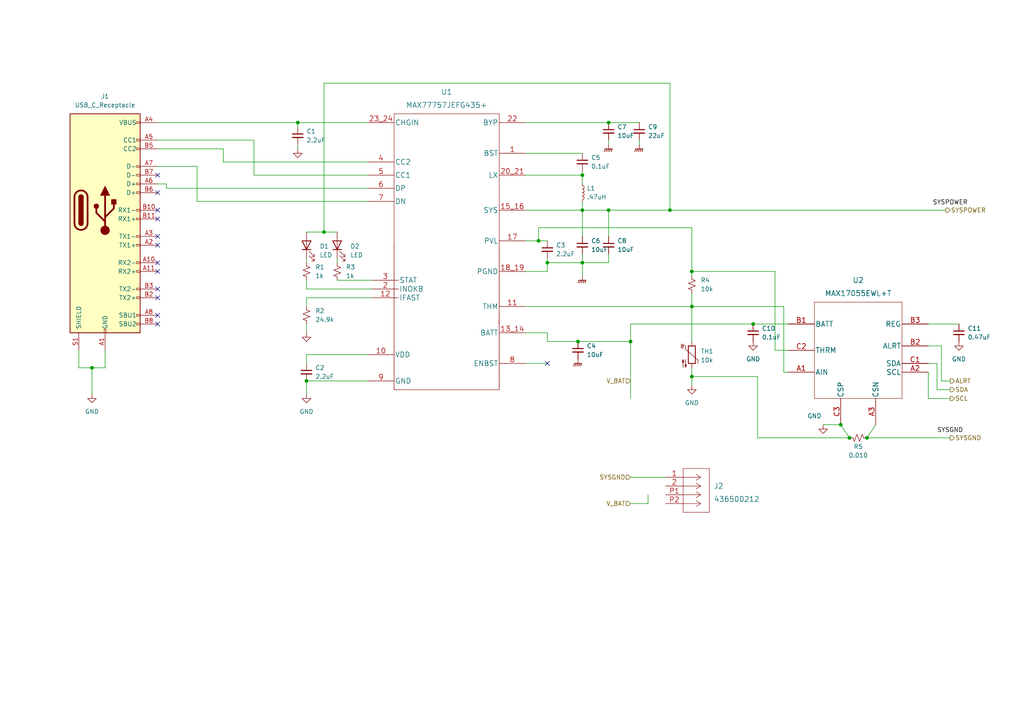
<source format=kicad_sch>
(kicad_sch (version 20211123) (generator eeschema)
  (paper "A4")
  (title_block (title "Charge Circuit"))
  (lib_symbols
    (symbol "Connector:USB_C_Receptacle" (pin_names (offset 1.016))
      (property "Reference" "J" (at -10.16 29.21 0))
      (property "Value" "USB_C_Receptacle" (at 10.16 29.21 0))
      (symbol "USB_C_Receptacle_0_0"
        (rectangle (start -0.254 -35.56) (end 0.254 -34.544))
        (rectangle (start 10.16 -32.766) (end 9.144 -33.274))
        (rectangle (start 10.16 -30.226) (end 9.144 -30.734))
        (rectangle (start 10.16 -25.146) (end 9.144 -25.654))
        (rectangle (start 10.16 -22.606) (end 9.144 -23.114))
        (rectangle (start 10.16 -17.526) (end 9.144 -18.034))
        (rectangle (start 10.16 -14.986) (end 9.144 -15.494))
        (rectangle (start 10.16 -9.906) (end 9.144 -10.414))
        (rectangle (start 10.16 -7.366) (end 9.144 -7.874))
        (rectangle (start 10.16 -2.286) (end 9.144 -2.794))
        (rectangle (start 10.16 0.254) (end 9.144 -0.254))
        (rectangle (start 10.16 5.334) (end 9.144 4.826))
        (rectangle (start 10.16 7.874) (end 9.144 7.366))
        (rectangle (start 10.16 10.414) (end 9.144 9.906))
        (rectangle (start 10.16 12.954) (end 9.144 12.446))
        (rectangle (start 10.16 18.034) (end 9.144 17.526))
        (rectangle (start 10.16 20.574) (end 9.144 20.066))
        (rectangle (start 10.16 25.654) (end 9.144 25.146))
      )
      (symbol "USB_C_Receptacle_0_1"
        (rectangle (start -10.16 27.94) (end 10.16 -35.56) (stroke (width 0.254)) (fill (type background)))
        (arc (start -8.89 -3.81) (mid -6.985 -5.715) (end -5.08 -3.81) (stroke (width 0.508)))
        (arc (start -7.62 -3.81) (mid -6.985 -4.445) (end -6.35 -3.81) (stroke (width 0.254)))
        (arc (start -7.62 -3.81) (mid -6.985 -4.445) (end -6.35 -3.81) (stroke (width 0.254)) (fill (type outline)))
        (rectangle (start -7.62 -3.81) (end -6.35 3.81) (stroke (width 0.254)) (fill (type outline)))
        (arc (start -6.35 3.81) (mid -6.985 4.445) (end -7.62 3.81) (stroke (width 0.254)))
        (arc (start -6.35 3.81) (mid -6.985 4.445) (end -7.62 3.81) (stroke (width 0.254)) (fill (type outline)))
        (arc (start -5.08 3.81) (mid -6.985 5.715) (end -8.89 3.81) (stroke (width 0.508)))
        (polyline (pts (xy -8.89 -3.81) (xy -8.89 3.81)) (stroke (width 0.508)))
        (polyline (pts (xy -5.08 3.81) (xy -5.08 -3.81)) (stroke (width 0.508)))
      )
      (symbol "USB_C_Receptacle_1_1"
        (circle (center -2.54 1.143) (radius 0.635) (stroke (width 0.254)) (fill (type outline)))
        (circle (center 0 -5.842) (radius 1.27) (fill (type outline)))
        (polyline (pts (xy 0 -5.842) (xy 0 4.318)) (stroke (width 0.508)))
        (polyline (pts (xy 0 -3.302) (xy -2.54 -0.762) (xy -2.54 0.508)) (stroke (width 0.508)))
        (polyline (pts (xy 0 -2.032) (xy 2.54 0.508) (xy 2.54 1.778)) (stroke (width 0.508)))
        (polyline (pts (xy -1.27 4.318) (xy 0 6.858) (xy 1.27 4.318) (xy -1.27 4.318)) (stroke (width 0.254)) (fill (type outline)))
        (rectangle (start 1.905 1.778) (end 3.175 3.048) (stroke (width 0.254)) (fill (type outline)))
        (pin passive line (at 0 -40.64 90) (length 5.08) (name "GND") (number "A1"))
        (pin bidirectional line (at 15.24 -15.24 180) (length 5.08) (name "RX2-") (number "A10"))
        (pin bidirectional line (at 15.24 -17.78 180) (length 5.08) (name "RX2+") (number "A11"))
        (pin passive line (at 0 -40.64 90) (length 5.08) hide (name "GND") (number "A12"))
        (pin bidirectional line (at 15.24 -10.16 180) (length 5.08) (name "TX1+") (number "A2"))
        (pin bidirectional line (at 15.24 -7.62 180) (length 5.08) (name "TX1-") (number "A3"))
        (pin passive line (at 15.24 25.4 180) (length 5.08) (name "VBUS") (number "A4"))
        (pin bidirectional line (at 15.24 20.32 180) (length 5.08) (name "CC1") (number "A5"))
        (pin bidirectional line (at 15.24 7.62 180) (length 5.08) (name "D+") (number "A6"))
        (pin bidirectional line (at 15.24 12.7 180) (length 5.08) (name "D-") (number "A7"))
        (pin bidirectional line (at 15.24 -30.48 180) (length 5.08) (name "SBU1") (number "A8"))
        (pin passive line (at 15.24 25.4 180) (length 5.08) hide (name "VBUS") (number "A9"))
        (pin passive line (at 0 -40.64 90) (length 5.08) hide (name "GND") (number "B1"))
        (pin bidirectional line (at 15.24 0 180) (length 5.08) (name "RX1-") (number "B10"))
        (pin bidirectional line (at 15.24 -2.54 180) (length 5.08) (name "RX1+") (number "B11"))
        (pin passive line (at 0 -40.64 90) (length 5.08) hide (name "GND") (number "B12"))
        (pin bidirectional line (at 15.24 -25.4 180) (length 5.08) (name "TX2+") (number "B2"))
        (pin bidirectional line (at 15.24 -22.86 180) (length 5.08) (name "TX2-") (number "B3"))
        (pin passive line (at 15.24 25.4 180) (length 5.08) hide (name "VBUS") (number "B4"))
        (pin bidirectional line (at 15.24 17.78 180) (length 5.08) (name "CC2") (number "B5"))
        (pin bidirectional line (at 15.24 5.08 180) (length 5.08) (name "D+") (number "B6"))
        (pin bidirectional line (at 15.24 10.16 180) (length 5.08) (name "D-") (number "B7"))
        (pin bidirectional line (at 15.24 -33.02 180) (length 5.08) (name "SBU2") (number "B8"))
        (pin passive line (at 15.24 25.4 180) (length 5.08) hide (name "VBUS") (number "B9"))
        (pin passive line (at -7.62 -40.64 90) (length 5.08) (name "SHIELD") (number "S1"))
      )
    )
    (symbol "Device:C_Small" (pin_numbers hide) (pin_names (offset 0.254) hide)
      (property "Reference" "C" (at 0.254 1.778 0))
      (property "Value" "C_Small" (at 0.254 -2.032 0))
      (symbol "C_Small_0_1"
        (polyline (pts (xy -1.524 -0.508) (xy 1.524 -0.508)) (stroke (width 0.3302)))
        (polyline (pts (xy -1.524 0.508) (xy 1.524 0.508)) (stroke (width 0.3048)))
      )
      (symbol "C_Small_1_1"
        (pin passive line (at 0 2.54 270) (length 2.032) (name "~") (number "1"))
        (pin passive line (at 0 -2.54 90) (length 2.032) (name "~") (number "2"))
      )
    )
    (symbol "Device:LED" (pin_numbers hide) (pin_names (offset 1.016) hide)
      (property "Reference" "D" (at 0 2.54 0))
      (property "Value" "LED" (at 0 -2.54 0))
      (symbol "LED_0_1"
        (polyline (pts (xy -1.27 -1.27) (xy -1.27 1.27)) (stroke (width 0.254)))
        (polyline (pts (xy -1.27 0) (xy 1.27 0)))
        (polyline (pts (xy 1.27 -1.27) (xy 1.27 1.27) (xy -1.27 0) (xy 1.27 -1.27)) (stroke (width 0.254)))
        (polyline (pts (xy -3.048 -0.762) (xy -4.572 -2.286) (xy -3.81 -2.286) (xy -4.572 -2.286) (xy -4.572 -1.524)))
        (polyline (pts (xy -1.778 -0.762) (xy -3.302 -2.286) (xy -2.54 -2.286) (xy -3.302 -2.286) (xy -3.302 -1.524)))
      )
      (symbol "LED_1_1"
        (pin passive line (at -3.81 0 0) (length 2.54) (name "K") (number "1"))
        (pin passive line (at 3.81 0 180) (length 2.54) (name "A") (number "2"))
      )
    )
    (symbol "Device:L_Small" (pin_numbers hide) (pin_names (offset 0.254) hide)
      (property "Reference" "L" (at 0.762 1.016 0))
      (property "Value" "L_Small" (at 0.762 -1.016 0))
      (symbol "L_Small_0_1"
        (arc (start 0 -2.032) (mid 0.508 -1.524) (end 0 -1.016))
        (arc (start 0 -1.016) (mid 0.508 -0.508) (end 0 0))
        (arc (start 0 0) (mid 0.508 0.508) (end 0 1.016))
        (arc (start 0 1.016) (mid 0.508 1.524) (end 0 2.032))
      )
      (symbol "L_Small_1_1"
        (pin passive line (at 0 2.54 270) (length 0.508) (name "~") (number "1"))
        (pin passive line (at 0 -2.54 90) (length 0.508) (name "~") (number "2"))
      )
    )
    (symbol "Device:R_Small_US" (pin_numbers hide) (pin_names (offset 0.254) hide)
      (property "Reference" "R" (at 0.762 0.508 0))
      (property "Value" "R_Small_US" (at 0.762 -1.016 0))
      (symbol "R_Small_US_1_1"
        (polyline (pts (xy 0 0) (xy 1.016 -0.381) (xy 0 -0.762) (xy -1.016 -1.143) (xy 0 -1.524)))
        (polyline (pts (xy 0 1.524) (xy 1.016 1.143) (xy 0 0.762) (xy -1.016 0.381) (xy 0 0)))
        (pin passive line (at 0 2.54 270) (length 1.016) (name "~") (number "1"))
        (pin passive line (at 0 -2.54 90) (length 1.016) (name "~") (number "2"))
      )
    )
    (symbol "Device:Thermistor_NTC" (pin_numbers hide) (pin_names (offset 0))
      (property "Reference" "TH" (at -4.445 0 90))
      (property "Value" "Thermistor_NTC" (at 3.175 0 90))
      (symbol "Thermistor_NTC_0_1"
        (arc (start -3.048 2.159) (mid -3.0505 2.3165) (end -3.175 2.413))
        (arc (start -3.048 2.159) (mid -2.9736 1.9794) (end -2.794 1.905))
        (arc (start -3.048 2.794) (mid -2.9736 2.6144) (end -2.794 2.54))
        (arc (start -2.794 1.905) (mid -2.6144 1.9794) (end -2.54 2.159))
        (arc (start -2.794 2.54) (mid -2.434 2.5608) (end -2.159 2.794))
        (arc (start -2.794 3.048) (mid -2.9736 2.9736) (end -3.048 2.794))
        (arc (start -2.54 2.794) (mid -2.6144 2.9736) (end -2.794 3.048))
        (rectangle (start -1.016 2.54) (end 1.016 -2.54) (stroke (width 0.254)))
        (polyline (pts (xy -2.54 2.159) (xy -2.54 2.794)))
        (polyline (pts (xy -1.778 2.54) (xy -1.778 1.524) (xy 1.778 -1.524) (xy 1.778 -2.54)))
        (polyline (pts (xy -2.54 -3.683) (xy -2.54 -1.397) (xy -2.794 -2.159) (xy -2.286 -2.159) (xy -2.54 -1.397) (xy -2.54 -1.651)) (fill (type outline)))
        (polyline (pts (xy -1.778 -1.397) (xy -1.778 -3.683) (xy -2.032 -2.921) (xy -1.524 -2.921) (xy -1.778 -3.683) (xy -1.778 -3.429)) (fill (type outline)))
      )
      (symbol "Thermistor_NTC_1_1"
        (pin passive line (at 0 3.81 270) (length 1.27) (name "~") (number "1"))
        (pin passive line (at 0 -3.81 90) (length 1.27) (name "~") (number "2"))
      )
    )
    (symbol "MAX17055EWL+T_1" (pin_names (offset 0.254))
      (property "Reference" "U?" (at 20.32 11.43 0))
      (property "Value" "MAX17055EWL+T_1" (at 20.32 7.62 0))
      (symbol "MAX17055EWL+T_1_1_1"
        (polyline (pts (xy 7.62 -22.86) (xy 33.02 -22.86)) (stroke (width 0.127)))
        (polyline (pts (xy 7.62 5.08) (xy 7.62 -22.86)) (stroke (width 0.127)))
        (polyline (pts (xy 33.02 -22.86) (xy 33.02 5.08)) (stroke (width 0.127)))
        (polyline (pts (xy 33.02 5.08) (xy 7.62 5.08)) (stroke (width 0.127)))
        (pin input line (at 0 -15.24 0) (length 7.62) (name "AIN") (number "A1"))
        (pin input line (at 40.64 -15.24 180) (length 7.62) (name "SCL") (number "A2"))
        (pin unspecified line (at 25.4 -30.48 90) (length 7.62) (name "CSN") (number "A3"))
        (pin unspecified line (at 0 -1.27 0) (length 7.62) (name "BATT") (number "B1"))
        (pin output line (at 40.64 -7.62 180) (length 7.62) (name "ALRT") (number "B2"))
        (pin output line (at 40.64 -1.27 180) (length 7.62) (name "REG") (number "B3"))
        (pin bidirectional line (at 40.64 -12.7 180) (length 7.62) (name "SDA") (number "C1"))
        (pin unspecified line (at 0 -8.89 0) (length 7.62) (name "THRM") (number "C2"))
        (pin unspecified line (at 15.24 -30.48 90) (length 7.62) (name "CSP") (number "C3"))
      )
    )
    (symbol "MAX77757_functional:MAX77757JEFG435+" (pin_names (offset 0.254))
      (property "Reference" "U5" (at 22.86 11.43 0))
      (property "Value" "MAX77757JEFG435+" (at 22.86 7.62 0))
      (symbol "MAX77757JEFG435+_1_1"
        (polyline (pts (xy 7.62 -74.93) (xy 7.62 -68.58)))
        (polyline (pts (xy 7.62 -74.93) (xy 38.1 -74.93)) (stroke (width 0.127)))
        (polyline (pts (xy 7.62 -33.02) (xy 7.62 -68.58)))
        (polyline (pts (xy 7.62 5.08) (xy 7.62 -33.02)) (stroke (width 0.127)))
        (polyline (pts (xy 38.1 -69.85) (xy 38.1 -74.93)))
        (polyline (pts (xy 38.1 -69.85) (xy 38.1 -54.61)))
        (polyline (pts (xy 38.1 -33.02) (xy 38.1 5.08)) (stroke (width 0.127)))
        (polyline (pts (xy 38.1 5.08) (xy 7.62 5.08)) (stroke (width 0.127)))
        (polyline (pts (xy 38.1 -33.02) (xy 38.1 -55.88) (xy 38.1 -55.88)))
        (pin unspecified line (at 45.72 -6.35 180) (length 7.62) (name "BST") (number "1"))
        (pin output line (at 0 -64.77 0) (length 7.62) (name "VDD") (number "10"))
        (pin unspecified line (at 45.72 -50.8 180) (length 7.62) (name "THM") (number "11"))
        (pin unspecified line (at 1.27 -48.26 0) (length 7.62) (name "IFAST") (number "12"))
        (pin unspecified line (at 45.72 -58.42 180) (length 7.62) (name "BATT") (number "13_14"))
        (pin unspecified line (at 45.72 -22.86 180) (length 7.62) (name "SYS") (number "15_16"))
        (pin output line (at 45.72 -31.75 180) (length 7.62) (name "PVL") (number "17"))
        (pin power_in line (at 45.72 -40.64 180) (length 7.62) (name "PGND") (number "18_19"))
        (pin bidirectional line (at 1.27 -45.72 0) (length 7.62) (name "INOKB") (number "2"))
        (pin unspecified line (at 45.72 -12.7 180) (length 7.62) (name "LX") (number "20_21"))
        (pin output line (at 45.72 2.54 180) (length 7.62) (name "BYP") (number "22"))
        (pin input line (at 0 2.54 0) (length 7.62) (name "CHGIN") (number "23_24"))
        (pin output line (at 1.27 -43.18 0) (length 7.62) (name "STAT") (number "3"))
        (pin unspecified line (at 0 -8.89 0) (length 7.62) (name "CC2") (number "4"))
        (pin unspecified line (at 0 -12.7 0) (length 7.62) (name "CC1") (number "5"))
        (pin output line (at 0 -16.51 0) (length 7.62) (name "DP") (number "6"))
        (pin output line (at 0 -20.32 0) (length 7.62) (name "DN") (number "7"))
        (pin input line (at 45.72 -67.31 180) (length 7.62) (name "ENBST") (number "8"))
        (pin power_in line (at 0 -72.39 0) (length 7.62) (name "GND") (number "9"))
      )
    )
    (symbol "molex connector:436500212" (pin_names (offset 0.254) hide)
      (property "Reference" "J" (at 8.89 6.35 0))
      (property "Value" "436500212" (at 10.16 -5.08 0))
      (symbol "436500212_1_1"
        (polyline (pts (xy 5.08 -10.16) (xy 12.7 -10.16)) (stroke (width 0.127)))
        (polyline (pts (xy 5.08 2.54) (xy 5.08 -10.16)) (stroke (width 0.127)))
        (polyline (pts (xy 10.16 -7.62) (xy 5.08 -7.62)) (stroke (width 0.127)))
        (polyline (pts (xy 10.16 -7.62) (xy 8.89 -8.4582)) (stroke (width 0.127)))
        (polyline (pts (xy 10.16 -7.62) (xy 8.89 -6.7818)) (stroke (width 0.127)))
        (polyline (pts (xy 10.16 -5.08) (xy 5.08 -5.08)) (stroke (width 0.127)))
        (polyline (pts (xy 10.16 -5.08) (xy 8.89 -5.9182)) (stroke (width 0.127)))
        (polyline (pts (xy 10.16 -5.08) (xy 8.89 -4.2418)) (stroke (width 0.127)))
        (polyline (pts (xy 10.16 -2.54) (xy 5.08 -2.54)) (stroke (width 0.127)))
        (polyline (pts (xy 10.16 -2.54) (xy 8.89 -3.3782)) (stroke (width 0.127)))
        (polyline (pts (xy 10.16 -2.54) (xy 8.89 -1.7018)) (stroke (width 0.127)))
        (polyline (pts (xy 10.16 0) (xy 5.08 0)) (stroke (width 0.127)))
        (polyline (pts (xy 10.16 0) (xy 8.89 -0.8382)) (stroke (width 0.127)))
        (polyline (pts (xy 10.16 0) (xy 8.89 0.8382)) (stroke (width 0.127)))
        (polyline (pts (xy 12.7 -10.16) (xy 12.7 2.54)) (stroke (width 0.127)))
        (polyline (pts (xy 12.7 2.54) (xy 5.08 2.54)) (stroke (width 0.127)))
        (pin unspecified line (at 0 0 0) (length 5.08) (name "1") (number "1"))
        (pin unspecified line (at 0 -2.54 0) (length 5.08) (name "2") (number "2"))
        (pin unspecified line (at 0 -5.08 0) (length 5.08) (name "P1") (number "P1"))
        (pin unspecified line (at 0 -7.62 0) (length 5.08) (name "P2") (number "P2"))
      )
    )
    (symbol "power:GND" (power) (pin_names (offset 0))
      (property "Value" "GND" (at 0 -3.81 0))
      (symbol "GND_0_1"
        (polyline (pts (xy 0 0) (xy 0 -1.27) (xy 1.27 -1.27) (xy 0 -2.54) (xy -1.27 -1.27) (xy 0 -1.27)))
      )
      (symbol "GND_1_1"
        (pin power_in line (at 0 0 270) (length 0) hide (name "GND") (number "1"))
      )
    )
    (symbol "power:GNDPWR" (power) (pin_names (offset 0))
      (property "Value" "GNDPWR" (at 0 -3.302 0))
      (symbol "GNDPWR_0_1"
        (polyline (pts (xy 0 -1.27) (xy 0 0)))
        (polyline (pts (xy -1.016 -1.27) (xy -1.27 -2.032) (xy -1.27 -2.032)) (stroke (width 0.2032)))
        (polyline (pts (xy -0.508 -1.27) (xy -0.762 -2.032) (xy -0.762 -2.032)) (stroke (width 0.2032)))
        (polyline (pts (xy 0 -1.27) (xy -0.254 -2.032) (xy -0.254 -2.032)) (stroke (width 0.2032)))
        (polyline (pts (xy 0.508 -1.27) (xy 0.254 -2.032) (xy 0.254 -2.032)) (stroke (width 0.2032)))
        (polyline (pts (xy 1.016 -1.27) (xy -1.016 -1.27) (xy -1.016 -1.27)) (stroke (width 0.2032)))
        (polyline (pts (xy 1.016 -1.27) (xy 0.762 -2.032) (xy 0.762 -2.032) (xy 0.762 -2.032)) (stroke (width 0.2032)))
      )
      (symbol "GNDPWR_1_1"
        (pin power_in line (at 0 0 270) (length 0) hide (name "GNDPWR") (number "1"))
      )
    )
  )
  (junction (at 26.67 106.68))
  (junction (at 246.38 127))
  (junction (at 88.9 110.49))
  (junction (at 200.66 109.22))
  (junction (at 176.53 35.56))
  (junction (at 156.21 69.85))
  (junction (at 200.66 78.74))
  (junction (at 168.91 50.8))
  (junction (at 86.36 35.56))
  (junction (at 218.44 93.98))
  (junction (at 200.66 88.9))
  (junction (at 93.98 67.31))
  (junction (at 167.64 99.06))
  (junction (at 168.91 76.2))
  (junction (at 176.53 60.96))
  (junction (at 168.91 60.96))
  (junction (at 182.88 99.06))
  (junction (at 194.31 60.96))
  (junction (at 243.84 123.19))
  (junction (at 158.75 76.2))
  (junction (at 251.46 127))
  (no_connect (at 158.75 105.41))
  (no_connect (at 45.72 50.8))
  (no_connect (at 45.72 55.88))
  (no_connect (at 45.72 60.96))
  (no_connect (at 45.72 63.5))
  (no_connect (at 45.72 68.58))
  (no_connect (at 45.72 86.36))
  (no_connect (at 45.72 91.44))
  (no_connect (at 45.72 93.98))
  (no_connect (at 45.72 71.12))
  (no_connect (at 45.72 76.2))
  (no_connect (at 45.72 78.74))
  (no_connect (at 45.72 83.82))
  (wire (pts (xy 182.88 93.98) (xy 182.88 99.06)))
  (wire (pts (xy 200.66 80.01) (xy 200.66 78.74)))
  (wire (pts (xy 45.72 48.26) (xy 57.15 48.26)))
  (wire (pts (xy 273.05 110.49) (xy 275.59 110.49)))
  (wire (pts (xy 168.91 80.01) (xy 168.91 76.2)))
  (wire (pts (xy 152.4 44.45) (xy 168.91 44.45)))
  (wire (pts (xy 152.4 60.96) (xy 168.91 60.96)))
  (wire (pts (xy 182.88 146.05) (xy 187.96 146.05)))
  (wire (pts (xy 176.53 60.96) (xy 194.31 60.96)))
  (wire (pts (xy 158.75 99.06) (xy 167.64 99.06)))
  (wire (pts (xy 228.6 107.95) (xy 227.33 107.95)))
  (wire (pts (xy 152.4 69.85) (xy 156.21 69.85)))
  (wire (pts (xy 73.66 40.64) (xy 73.66 50.8)))
  (wire (pts (xy 200.66 88.9) (xy 200.66 99.06)))
  (wire (pts (xy 168.91 60.96) (xy 176.53 60.96)))
  (wire (pts (xy 158.75 74.93) (xy 158.75 76.2)))
  (wire (pts (xy 168.91 76.2) (xy 168.91 73.66)))
  (wire (pts (xy 218.44 93.98) (xy 182.88 93.98)))
  (wire (pts (xy 48.26 54.61) (xy 106.68 54.61)))
  (wire (pts (xy 224.79 78.74) (xy 200.66 78.74)))
  (wire (pts (xy 152.4 105.41) (xy 158.75 105.41)))
  (wire (pts (xy 106.68 110.49) (xy 88.9 110.49)))
  (wire (pts (xy 187.96 143.51) (xy 187.96 146.05)))
  (wire (pts (xy 200.66 109.22) (xy 219.71 109.22)))
  (wire (pts (xy 176.53 76.2) (xy 168.91 76.2)))
  (wire (pts (xy 219.71 127) (xy 246.38 127)))
  (wire (pts (xy 200.66 66.04) (xy 156.21 66.04)))
  (wire (pts (xy 64.77 43.18) (xy 45.72 43.18)))
  (wire (pts (xy 243.84 123.19) (xy 238.76 123.19)))
  (wire (pts (xy 269.24 115.57) (xy 275.59 115.57)))
  (wire (pts (xy 107.95 81.28) (xy 97.79 81.28)))
  (wire (pts (xy 158.75 78.74) (xy 158.75 76.2)))
  (wire (pts (xy 200.66 66.04) (xy 200.66 78.74)))
  (wire (pts (xy 193.04 138.43) (xy 182.88 138.43)))
  (wire (pts (xy 158.75 96.52) (xy 158.75 99.06)))
  (wire (pts (xy 45.72 40.64) (xy 73.66 40.64)))
  (wire (pts (xy 73.66 50.8) (xy 106.68 50.8)))
  (wire (pts (xy 88.9 86.36) (xy 88.9 88.9)))
  (wire (pts (xy 88.9 67.31) (xy 93.98 67.31)))
  (wire (pts (xy 152.4 88.9) (xy 200.66 88.9)))
  (wire (pts (xy 246.38 127) (xy 243.84 123.19)))
  (wire (pts (xy 106.68 102.87) (xy 88.9 102.87)))
  (wire (pts (xy 64.77 46.99) (xy 106.68 46.99)))
  (wire (pts (xy 26.67 106.68) (xy 30.48 106.68)))
  (wire (pts (xy 269.24 107.95) (xy 269.24 115.57)))
  (wire (pts (xy 86.36 35.56) (xy 86.36 36.83)))
  (wire (pts (xy 194.31 60.96) (xy 274.32 60.96)))
  (wire (pts (xy 271.78 113.03) (xy 275.59 113.03)))
  (wire (pts (xy 168.91 58.42) (xy 168.91 60.96)))
  (wire (pts (xy 64.77 46.99) (xy 64.77 43.18)))
  (wire (pts (xy 176.53 68.58) (xy 176.53 60.96)))
  (wire (pts (xy 152.4 78.74) (xy 158.75 78.74)))
  (wire (pts (xy 152.4 50.8) (xy 168.91 50.8)))
  (wire (pts (xy 156.21 69.85) (xy 158.75 69.85)))
  (wire (pts (xy 194.31 24.13) (xy 194.31 60.96)))
  (wire (pts (xy 107.95 83.82) (xy 88.9 83.82)))
  (wire (pts (xy 48.26 54.61) (xy 48.26 53.34)))
  (wire (pts (xy 57.15 48.26) (xy 57.15 58.42)))
  (wire (pts (xy 176.53 73.66) (xy 176.53 76.2)))
  (wire (pts (xy 271.78 105.41) (xy 271.78 113.03)))
  (wire (pts (xy 185.42 40.64) (xy 185.42 41.91)))
  (wire (pts (xy 88.9 83.82) (xy 88.9 81.28)))
  (wire (pts (xy 88.9 102.87) (xy 88.9 105.41)))
  (wire (pts (xy 97.79 74.93) (xy 97.79 76.2)))
  (wire (pts (xy 93.98 67.31) (xy 97.79 67.31)))
  (wire (pts (xy 168.91 53.34) (xy 168.91 50.8)))
  (wire (pts (xy 251.46 127) (xy 275.59 127)))
  (wire (pts (xy 88.9 74.93) (xy 88.9 76.2)))
  (wire (pts (xy 269.24 105.41) (xy 271.78 105.41)))
  (wire (pts (xy 254 123.19) (xy 251.46 127)))
  (wire (pts (xy 273.05 100.33) (xy 273.05 110.49)))
  (wire (pts (xy 88.9 114.3) (xy 88.9 110.49)))
  (wire (pts (xy 224.79 101.6) (xy 224.79 78.74)))
  (wire (pts (xy 26.67 114.3) (xy 26.67 106.68)))
  (wire (pts (xy 45.72 35.56) (xy 86.36 35.56)))
  (wire (pts (xy 168.91 50.8) (xy 168.91 49.53)))
  (wire (pts (xy 107.95 86.36) (xy 88.9 86.36)))
  (wire (pts (xy 30.48 106.68) (xy 30.48 101.6)))
  (wire (pts (xy 93.98 24.13) (xy 93.98 67.31)))
  (wire (pts (xy 168.91 60.96) (xy 168.91 68.58)))
  (wire (pts (xy 219.71 109.22) (xy 219.71 127)))
  (wire (pts (xy 200.66 106.68) (xy 200.66 109.22)))
  (wire (pts (xy 227.33 88.9) (xy 227.33 107.95)))
  (wire (pts (xy 57.15 58.42) (xy 106.68 58.42)))
  (wire (pts (xy 86.36 35.56) (xy 106.68 35.56)))
  (wire (pts (xy 182.88 99.06) (xy 182.88 115.57)))
  (wire (pts (xy 152.4 35.56) (xy 176.53 35.56)))
  (wire (pts (xy 88.9 96.52) (xy 88.9 93.98)))
  (wire (pts (xy 269.24 100.33) (xy 273.05 100.33)))
  (wire (pts (xy 176.53 40.64) (xy 176.53 41.91)))
  (wire (pts (xy 48.26 53.34) (xy 45.72 53.34)))
  (wire (pts (xy 194.31 24.13) (xy 93.98 24.13)))
  (wire (pts (xy 22.86 101.6) (xy 22.86 106.68)))
  (wire (pts (xy 86.36 41.91) (xy 86.36 43.18)))
  (wire (pts (xy 200.66 85.09) (xy 200.66 88.9)))
  (wire (pts (xy 182.88 99.06) (xy 167.64 99.06)))
  (wire (pts (xy 227.33 88.9) (xy 200.66 88.9)))
  (wire (pts (xy 156.21 66.04) (xy 156.21 69.85)))
  (wire (pts (xy 218.44 93.98) (xy 228.6 93.98)))
  (wire (pts (xy 269.24 93.98) (xy 278.13 93.98)))
  (wire (pts (xy 200.66 109.22) (xy 200.66 111.76)))
  (wire (pts (xy 185.42 35.56) (xy 176.53 35.56)))
  (wire (pts (xy 228.6 101.6) (xy 224.79 101.6)))
  (wire (pts (xy 22.86 106.68) (xy 26.67 106.68)))
  (wire (pts (xy 152.4 96.52) (xy 158.75 96.52)))
  (wire (pts (xy 158.75 76.2) (xy 168.91 76.2)))
  (label "SYSPOWER" (at 270.51 59.69 0))
  (label "SYSGND" (at 271.78 125.73 0))
  (hierarchical_label "V_BAT" (shape input) (at 182.88 146.05 180))
  (hierarchical_label "SYSPOWER" (shape output) (at 274.32 60.96 0))
  (hierarchical_label "V_BAT" (shape input) (at 182.88 110.49 180))
  (hierarchical_label "SDA" (shape output) (at 275.59 113.03 0))
  (hierarchical_label "ALRT" (shape output) (at 275.59 110.49 0))
  (hierarchical_label "SYSGND" (shape output) (at 275.59 127 0))
  (hierarchical_label "SYSGND" (shape input) (at 182.88 138.43 180))
  (hierarchical_label "SCL" (shape output) (at 275.59 115.57 0))
  (symbol (lib_id "power:GND") (at 86.36 43.18 0) (unit 1)
    (property "Reference" "#PWR0106" (effects hide))
    (property "Value" "GNDPWR" (effects hide))
  )
  (symbol (lib_id "Device:Thermistor_NTC") (at 200.66 102.87 0) (unit 1)
    (property "Reference" "TH1" (at 203.2 101.9174 0) (effects (justify left)))
    (property "Value" "10k" (at 203.2 104.4574 0) (effects (justify left)))
    (property "Footprint" "Resistor_SMD:R_0603_1608Metric" (effects hide))
  )
  (symbol (lib_id "power:GNDPWR") (at 168.91 80.01 0) (unit 1)
    (property "Reference" "#PWR0108" (effects hide))
    (property "Value" "GNDPWR" (effects hide))
  )
  (symbol (lib_id "Device:R_Small_US") (at 248.92 127 90) (mirror x) (unit 1)
    (property "Reference" "R5" (at 248.92 129.54 90))
    (property "Value" "0.010" (at 248.92 132.08 90))
    (property "Footprint" "Resistor_SMD:R_0805_2012Metric" (effects hide))
  )
  (symbol (lib_id "Device:C_Small") (at 185.42 38.1 0) (unit 1)
    (property "Reference" "C9" (at 187.96 36.8362 0) (effects (justify left)))
    (property "Value" "22uF" (at 187.96 39.3762 0) (effects (justify left)))
    (property "Footprint" "Capacitor_SMD:C_0603_1608Metric" (effects hide))
  )
  (symbol (lib_id "Device:C_Small") (at 88.9 107.95 0) (unit 1)
    (property "Reference" "C2" (at 91.44 106.6862 0) (effects (justify left)))
    (property "Value" "2.2uF" (at 91.44 109.2262 0) (effects (justify left)))
    (property "Footprint" "Capacitor_SMD:C_0603_1608Metric" (effects hide))
  )
  (symbol (lib_id "molex connector:436500212") (at 193.04 138.43 0) (unit 1)
    (property "Reference" "J2" (at 207.01 140.97 0) (effects (font (size 1.524 1.524)) (justify left)))
    (property "Value" "436500212" (at 207.01 144.78 0) (effects (font (size 1.524 1.524)) (justify left)))
    (property "Footprint" "molex connector:436500212" (effects hide))
  )
  (symbol (lib_id "Device:C_Small") (at 218.44 96.52 0) (unit 1)
    (property "Reference" "C10" (at 220.98 95.2562 0) (effects (justify left)))
    (property "Value" "0.1uF" (at 220.98 97.7962 0) (effects (justify left)))
    (property "Footprint" "Capacitor_SMD:C_0603_1608Metric" (effects hide))
  )
  (symbol (lib_id "Device:L_Small") (at 168.91 55.88 0) (unit 1)
    (property "Reference" "L1" (at 170.18 54.6099 0) (effects (justify left)))
    (property "Value" ".47uH" (at 170.18 57.1499 0) (effects (justify left)))
    (property "Footprint" "Inductor_SMD:L_1008_2520Metric" (effects hide))
  )
  (symbol (lib_id "power:GND") (at 218.44 99.06 0) (unit 1)
    (property "Reference" "#PWR0109" (effects hide))
    (property "Value" "GND1" (at 218.44 104.14 0))
  )
  (symbol (lib_id "power:GND") (at 88.9 114.3 0) (unit 1)
    (property "Reference" "#PWR0101" (effects hide))
    (property "Value" "GND" (at 88.9 119.38 0))
  )
  (symbol (lib_id "power:GNDPWR") (at 185.42 41.91 0) (unit 1)
    (property "Reference" "#PWR01" (effects hide))
    (property "Value" "GNDPWR" (effects hide))
  )
  (symbol (lib_id "Device:C_Small") (at 278.13 96.52 0) (unit 1)
    (property "Reference" "C11" (at 280.67 95.2562 0) (effects (justify left)))
    (property "Value" "0.47uF" (at 280.67 97.7962 0) (effects (justify left)))
    (property "Footprint" "Capacitor_SMD:C_0603_1608Metric" (effects hide))
  )
  (symbol (lib_id "Device:LED") (at 97.79 71.12 90) (unit 1)
    (property "Reference" "D2" (at 101.6 71.4374 90) (effects (justify right)))
    (property "Value" "LED" (at 101.6 73.9774 90) (effects (justify right)))
    (property "Footprint" "LED_SMD:LED_0603_1608Metric" (effects hide))
  )
  (symbol (lib_id "Device:C_Small") (at 158.75 72.39 0) (unit 1)
    (property "Reference" "C3" (at 161.29 71.1262 0) (effects (justify left)))
    (property "Value" "2.2uF" (at 161.29 73.6662 0) (effects (justify left)))
    (property "Footprint" "Capacitor_SMD:C_0603_1608Metric" (effects hide))
  )
  (symbol (lib_name "MAX17055EWL+T_1") (lib_id "MAX17055:MAX17055EWL+T") (at 228.6 92.71 0) (unit 1)
    (property "Reference" "U2" (at 248.92 81.28 0) (effects (font (size 1.524 1.524))))
    (property "Value" "MAX17055EWL+T" (at 248.92 85.09 0) (effects (font (size 1.524 1.524))))
    (property "Footprint" "17055 foot:MAX17055EWL&plus_T" (effects hide))
  )
  (symbol (lib_id "power:GND") (at 278.13 99.06 0) (unit 1)
    (property "Reference" "#PWR0110" (effects hide))
    (property "Value" "GND1" (at 278.13 104.14 0))
  )
  (symbol (lib_id "Device:R_Small_US") (at 88.9 78.74 0) (unit 1)
    (property "Reference" "R1" (at 91.44 77.4699 0) (effects (justify left)))
    (property "Value" "1k" (at 91.44 80.0099 0) (effects (justify left)))
    (property "Footprint" "Resistor_SMD:R_0402_1005Metric" (effects hide))
  )
  (symbol (lib_id "Device:C_Small") (at 176.53 38.1 0) (unit 1)
    (property "Reference" "C7" (at 179.07 36.8362 0) (effects (justify left)))
    (property "Value" "10uF" (at 179.07 39.3762 0) (effects (justify left)))
    (property "Footprint" "Capacitor_SMD:C_0603_1608Metric" (effects hide))
  )
  (symbol (lib_id "Device:LED") (at 88.9 71.12 90) (unit 1)
    (property "Reference" "D1" (at 92.71 71.4374 90) (effects (justify right)))
    (property "Value" "LED" (at 92.71 73.9774 90) (effects (justify right)))
    (property "Footprint" "LED_SMD:LED_0603_1608Metric" (effects hide))
  )
  (symbol (lib_id "Device:R_Small_US") (at 88.9 91.44 0) (unit 1)
    (property "Reference" "R2" (at 91.44 90.1699 0) (effects (justify left)))
    (property "Value" "24.9k" (at 91.44 92.7099 0) (effects (justify left)))
    (property "Footprint" "Resistor_SMD:R_0402_1005Metric" (effects hide))
  )
  (symbol (lib_id "Device:R_Small_US") (at 97.79 78.74 0) (unit 1)
    (property "Reference" "R3" (at 100.33 77.4699 0) (effects (justify left)))
    (property "Value" "1k" (at 100.33 80.0099 0) (effects (justify left)))
    (property "Footprint" "Resistor_SMD:R_0402_1005Metric" (effects hide))
  )
  (symbol (lib_id "power:GND") (at 88.9 96.52 0) (unit 1)
    (property "Reference" "#PWR0105" (effects hide))
    (property "Value" "GNDPWR" (effects hide))
  )
  (symbol (lib_id "Device:R_Small_US") (at 200.66 82.55 0) (unit 1)
    (property "Reference" "R4" (at 203.2 81.2799 0) (effects (justify left)))
    (property "Value" "10k" (at 203.2 83.8199 0) (effects (justify left)))
    (property "Footprint" "Resistor_SMD:R_0402_1005Metric" (effects hide))
  )
  (symbol (lib_id "power:GNDPWR") (at 176.53 41.91 0) (unit 1)
    (property "Reference" "#PWR0102" (effects hide))
    (property "Value" "GNDPWR" (effects hide))
  )
  (symbol (lib_id "Device:C_Small") (at 168.91 46.99 0) (unit 1)
    (property "Reference" "C5" (at 171.45 45.7262 0) (effects (justify left)))
    (property "Value" "0.1uF" (at 171.45 48.2662 0) (effects (justify left)))
    (property "Footprint" "Capacitor_SMD:C_0402_1005Metric" (effects hide))
  )
  (symbol (lib_id "MAX77757_functional:MAX77757JEFG435+") (at 106.68 38.1 0) (unit 1)
    (property "Reference" "U1" (at 129.54 26.67 0) (effects (font (size 1.524 1.524))))
    (property "Value" "MAX77757JEFG435+" (at 129.54 30.48 0) (effects (font (size 1.524 1.524))))
    (property "Footprint" "77757 foot:IC_MAX77757JEFG435+" (effects hide))
  )
  (symbol (lib_id "power:GND") (at 26.67 114.3 0) (unit 1)
    (property "Reference" "#PWR011" (effects hide))
    (property "Value" "GND" (at 26.67 119.38 0))
  )
  (symbol (lib_id "Device:C_Small") (at 176.53 71.12 0) (unit 1)
    (property "Reference" "C8" (at 179.07 69.8562 0) (effects (justify left)))
    (property "Value" "10uF" (at 179.07 72.3962 0) (effects (justify left)))
    (property "Footprint" "Capacitor_SMD:C_0603_1608Metric" (effects hide))
  )
  (symbol (lib_id "Device:C_Small") (at 86.36 39.37 0) (unit 1)
    (property "Reference" "C1" (at 88.9 38.1062 0) (effects (justify left)))
    (property "Value" "2.2uF" (at 88.9 40.6462 0) (effects (justify left)))
    (property "Footprint" "Capacitor_SMD:C_0603_1608Metric" (effects hide))
  )
  (symbol (lib_id "power:GND") (at 238.76 123.19 0) (unit 1)
    (property "Reference" "#PWR0111" (effects hide))
    (property "Value" "GND1" (at 236.22 120.65 0))
  )
  (symbol (lib_id "Connector:USB_C_Receptacle") (at 30.48 60.96 0) (unit 1)
    (property "Reference" "J1" (at 30.48 27.94 0))
    (property "Value" "USB_C_Receptacle" (at 30.48 30.48 0))
    (property "Footprint" "Connector_USB:USB_C_Receptacle_Amphenol_12401610E4-2A" (effects hide))
    (property "Datasheet" "https://www.usb.org/sites/default/files/documents/usb_type-c.zip" (effects hide))
  )
  (symbol (lib_id "power:GNDPWR") (at 167.64 104.14 0) (unit 1)
    (property "Reference" "#PWR0107" (effects hide))
    (property "Value" "GNDPWR" (effects hide))
  )
  (symbol (lib_id "Device:C_Small") (at 167.64 101.6 0) (unit 1)
    (property "Reference" "C4" (at 170.18 100.3362 0) (effects (justify left)))
    (property "Value" "10uF" (at 170.18 102.8762 0) (effects (justify left)))
    (property "Footprint" "Capacitor_SMD:C_0603_1608Metric" (effects hide))
  )
  (symbol (lib_id "Device:C_Small") (at 168.91 71.12 0) (unit 1)
    (property "Reference" "C6" (at 171.45 69.8562 0) (effects (justify left)))
    (property "Value" "10uF" (at 171.45 72.3962 0) (effects (justify left)))
    (property "Footprint" "Capacitor_SMD:C_0603_1608Metric" (effects hide))
  )
  (symbol (lib_id "power:GND") (at 200.66 111.76 0) (unit 1)
    (property "Reference" "#PWR0104" (effects hide))
    (property "Value" "GND" (at 200.66 116.84 0))
  )
)
</source>
